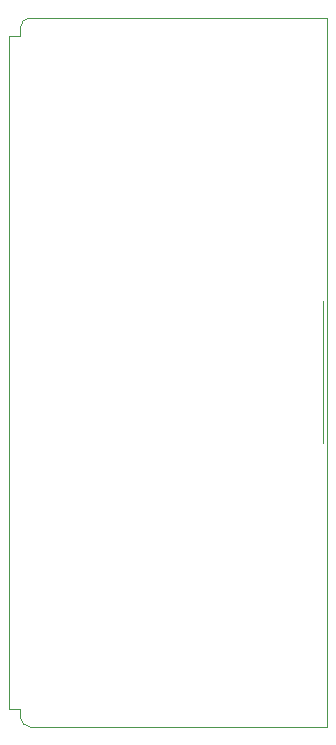
<source format=gm1>
G04*
G04 #@! TF.GenerationSoftware,Altium Limited,Altium Designer,20.2.6 (244)*
G04*
G04 Layer_Color=16711935*
%FSLAX44Y44*%
%MOMM*%
G71*
G04*
G04 #@! TF.SameCoordinates,2E3406EB-8CA3-48A4-8E0D-F2ADFDB7BFFD*
G04*
G04*
G04 #@! TF.FilePolarity,Positive*
G04*
G01*
G75*
%ADD13C,0.1000*%
D13*
X266500Y240000D02*
Y360000D01*
X10000Y8000D02*
G03*
X18000Y0I8000J0D01*
G01*
Y600000D02*
G03*
X10000Y592000I0J-8000D01*
G01*
Y8000D02*
Y15000D01*
X18000Y-0D02*
X270000Y0D01*
X10000Y585000D02*
Y592000D01*
X18000Y600000D02*
X270000D01*
X-0Y585000D02*
X-0Y15000D01*
X0Y585000D02*
X10000D01*
X0Y15000D02*
X10000D01*
X270000Y0D02*
Y330000D01*
Y600000D01*
M02*

</source>
